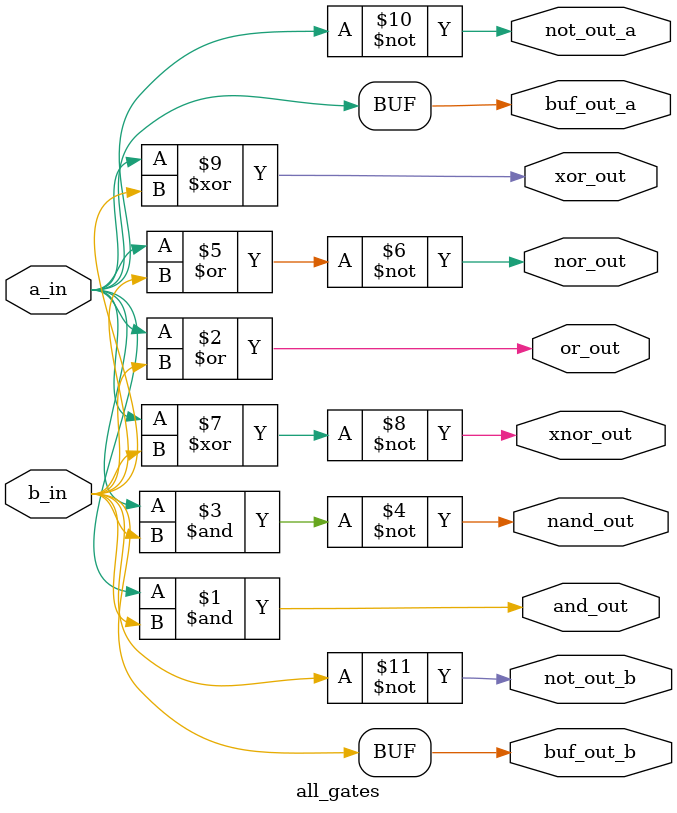
<source format=v>
module all_gates (and_out,or_out,not_out_a,not_out_b,nand_out,nor_out,xor_out,xnor_out,buf_out_a,buf_out_b,a_in,b_in);

input a_in,b_in;
output and_out,or_out,not_out_a,not_out_b,nand_out,nor_out,xor_out,xnor_out,buf_out_a,buf_out_b;

and dut1 (and_out,a_in,b_in);
or dut2 (or_out,a_in,b_in);
not dut3 (not_out_a,a_in);
not dut4 (not_out_b,b_in);
nand dut5 (nand_out,a_in,b_in);
nor dut6 (nor_out,a_in,b_in);
xnor dut7 (xnor_out,a_in,b_in);
xor dut8 (xor_out,a_in,b_in);
buf dut9 (buf_out_a,a_in);
buf dut10 (buf_out_b,b_in);

endmodule






</source>
